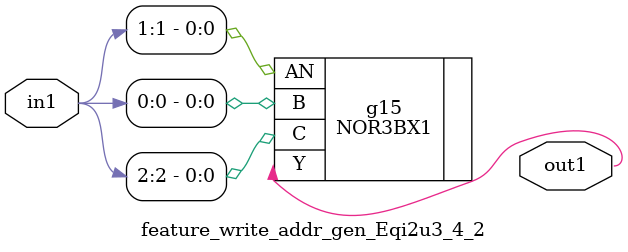
<source format=v>
`timescale 1ps / 1ps


module feature_write_addr_gen_Eqi2u3_4_2(in1, out1);
  input [2:0] in1;
  output out1;
  wire [2:0] in1;
  wire out1;
  NOR3BX1 g15(.AN (in1[1]), .B (in1[0]), .C (in1[2]), .Y (out1));
endmodule



</source>
